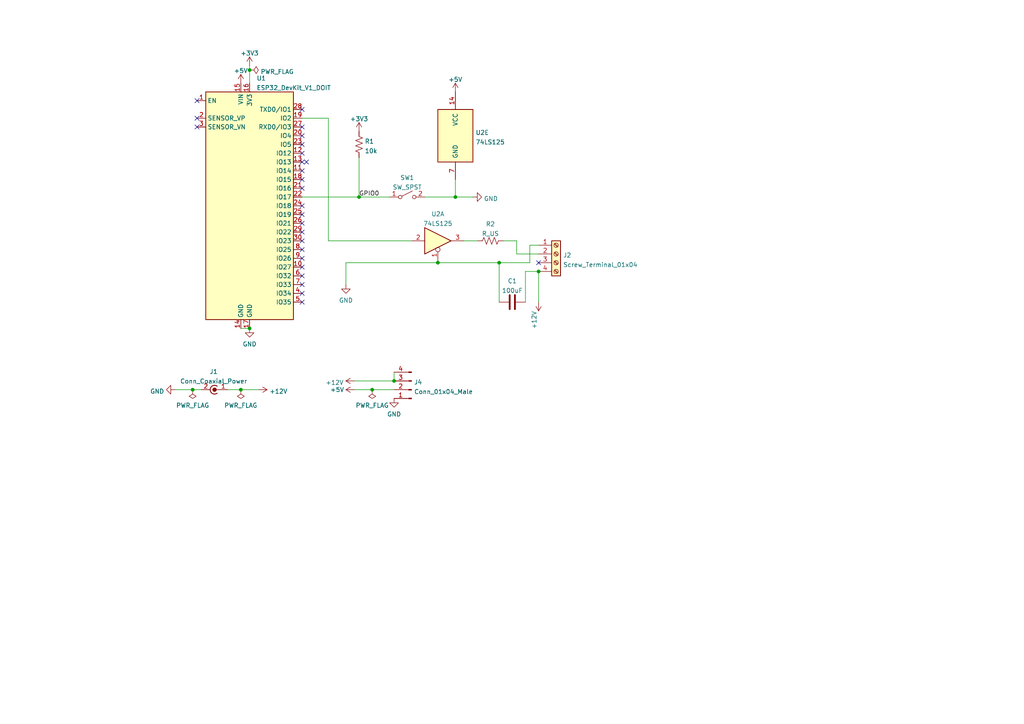
<source format=kicad_sch>
(kicad_sch (version 20211123) (generator eeschema)
  (paper "A4")
  (lib_symbols
    (symbol "74xx:74LS125" (pin_names (offset 1.016))
      (property "Reference" "U" (at 0 1.27 0))
      (property "Value" "74LS125" (at 0 -1.27 0))
      (symbol "74LS125_1_0"
        (polyline (pts (xy -3.81 3.81) (xy -3.81 -3.81) (xy 3.81 0) (xy -3.81 3.81)) (stroke (width 0.254)) (fill (type background)))
        (pin input inverted (at 0 -6.35 90) (length 4.445) (name "~") (number "1"))
        (pin input line (at -7.62 0 0) (length 3.81) (name "~") (number "2"))
        (pin tri_state line (at 7.62 0 180) (length 3.81) (name "~") (number "3"))
      )
      (symbol "74LS125_2_0"
        (polyline (pts (xy -3.81 3.81) (xy -3.81 -3.81) (xy 3.81 0) (xy -3.81 3.81)) (stroke (width 0.254)) (fill (type background)))
        (pin input inverted (at 0 -6.35 90) (length 4.445) (name "~") (number "4"))
        (pin input line (at -7.62 0 0) (length 3.81) (name "~") (number "5"))
        (pin tri_state line (at 7.62 0 180) (length 3.81) (name "~") (number "6"))
      )
      (symbol "74LS125_3_0"
        (polyline (pts (xy -3.81 3.81) (xy -3.81 -3.81) (xy 3.81 0) (xy -3.81 3.81)) (stroke (width 0.254)) (fill (type background)))
        (pin input inverted (at 0 -6.35 90) (length 4.445) (name "~") (number "10"))
        (pin tri_state line (at 7.62 0 180) (length 3.81) (name "~") (number "8"))
        (pin input line (at -7.62 0 0) (length 3.81) (name "~") (number "9"))
      )
      (symbol "74LS125_4_0"
        (polyline (pts (xy -3.81 3.81) (xy -3.81 -3.81) (xy 3.81 0) (xy -3.81 3.81)) (stroke (width 0.254)) (fill (type background)))
        (pin tri_state line (at 7.62 0 180) (length 3.81) (name "~") (number "11"))
        (pin input line (at -7.62 0 0) (length 3.81) (name "~") (number "12"))
        (pin input inverted (at 0 -6.35 90) (length 4.445) (name "~") (number "13"))
      )
      (symbol "74LS125_5_0"
        (pin power_in line (at 0 12.7 270) (length 5.08) (name "VCC") (number "14"))
        (pin power_in line (at 0 -12.7 90) (length 5.08) (name "GND") (number "7"))
      )
      (symbol "74LS125_5_1"
        (rectangle (start -5.08 7.62) (end 5.08 -7.62) (stroke (width 0.254)) (fill (type background)))
      )
    )
    (symbol "Connector:Conn_01x04_Male" (pin_names (offset 1.016) hide)
      (property "Reference" "J" (at 0 5.08 0))
      (property "Value" "Conn_01x04_Male" (at 0 -7.62 0))
      (symbol "Conn_01x04_Male_1_1"
        (polyline (pts (xy 1.27 -5.08) (xy 0.8636 -5.08)) (stroke (width 0.1524)))
        (polyline (pts (xy 1.27 -2.54) (xy 0.8636 -2.54)) (stroke (width 0.1524)))
        (polyline (pts (xy 1.27 0) (xy 0.8636 0)) (stroke (width 0.1524)))
        (polyline (pts (xy 1.27 2.54) (xy 0.8636 2.54)) (stroke (width 0.1524)))
        (rectangle (start 0.8636 -4.953) (end 0 -5.207) (stroke (width 0.1524)) (fill (type outline)))
        (rectangle (start 0.8636 -2.413) (end 0 -2.667) (stroke (width 0.1524)) (fill (type outline)))
        (rectangle (start 0.8636 0.127) (end 0 -0.127) (stroke (width 0.1524)) (fill (type outline)))
        (rectangle (start 0.8636 2.667) (end 0 2.413) (stroke (width 0.1524)) (fill (type outline)))
        (pin passive line (at 5.08 2.54 180) (length 3.81) (name "Pin_1") (number "1"))
        (pin passive line (at 5.08 0 180) (length 3.81) (name "Pin_2") (number "2"))
        (pin passive line (at 5.08 -2.54 180) (length 3.81) (name "Pin_3") (number "3"))
        (pin passive line (at 5.08 -5.08 180) (length 3.81) (name "Pin_4") (number "4"))
      )
    )
    (symbol "Connector:Conn_Coaxial_Power" (pin_names (offset 1.016) hide)
      (property "Reference" "J" (at -5.08 -1.27 90))
      (property "Value" "Conn_Coaxial_Power" (at -3.175 -1.27 90))
      (symbol "Conn_Coaxial_Power_0_1"
        (arc (start -1.27 -1.27) (mid 0 -2.54) (end 1.27 -1.27) (stroke (width 0.254)))
        (arc (start -1.016 -0.508) (mid -1.2048 -0.8684) (end -1.27 -1.27) (stroke (width 0.254)))
        (circle (center 0 -1.27) (radius 0.508) (stroke (width 0.2032)) (fill (type outline)))
        (polyline (pts (xy 0 -2.54) (xy 0 -3.048)))
        (polyline (pts (xy 0 0) (xy 0 -1.27)))
        (arc (start 1.27 -1.27) (mid 1.2048 -0.8684) (end 1.016 -0.508) (stroke (width 0.254)))
      )
      (symbol "Conn_Coaxial_Power_1_1"
        (pin passive line (at 0 2.54 270) (length 2.54) (name "In") (number "1"))
        (pin passive line (at 0 -5.08 90) (length 2.54) (name "Ext") (number "2"))
      )
    )
    (symbol "Connector:Screw_Terminal_01x04" (pin_names (offset 1.016) hide)
      (property "Reference" "J" (at 0 5.08 0))
      (property "Value" "Screw_Terminal_01x04" (at 0 -7.62 0))
      (symbol "Screw_Terminal_01x04_1_1"
        (rectangle (start -1.27 3.81) (end 1.27 -6.35) (stroke (width 0.254)) (fill (type background)))
        (circle (center 0 -5.08) (radius 0.635) (stroke (width 0.1524)))
        (circle (center 0 -2.54) (radius 0.635) (stroke (width 0.1524)))
        (polyline (pts (xy -0.5334 -4.7498) (xy 0.3302 -5.588)) (stroke (width 0.1524)))
        (polyline (pts (xy -0.5334 -2.2098) (xy 0.3302 -3.048)) (stroke (width 0.1524)))
        (polyline (pts (xy -0.5334 0.3302) (xy 0.3302 -0.508)) (stroke (width 0.1524)))
        (polyline (pts (xy -0.5334 2.8702) (xy 0.3302 2.032)) (stroke (width 0.1524)))
        (polyline (pts (xy -0.3556 -4.572) (xy 0.508 -5.4102)) (stroke (width 0.1524)))
        (polyline (pts (xy -0.3556 -2.032) (xy 0.508 -2.8702)) (stroke (width 0.1524)))
        (polyline (pts (xy -0.3556 0.508) (xy 0.508 -0.3302)) (stroke (width 0.1524)))
        (polyline (pts (xy -0.3556 3.048) (xy 0.508 2.2098)) (stroke (width 0.1524)))
        (circle (center 0 0) (radius 0.635) (stroke (width 0.1524)))
        (circle (center 0 2.54) (radius 0.635) (stroke (width 0.1524)))
        (pin passive line (at -5.08 2.54 0) (length 3.81) (name "Pin_1") (number "1"))
        (pin passive line (at -5.08 0 0) (length 3.81) (name "Pin_2") (number "2"))
        (pin passive line (at -5.08 -2.54 0) (length 3.81) (name "Pin_3") (number "3"))
        (pin passive line (at -5.08 -5.08 0) (length 3.81) (name "Pin_4") (number "4"))
      )
    )
    (symbol "Device:C" (pin_numbers hide) (pin_names (offset 0.254))
      (property "Reference" "C" (at 0.635 2.54 0))
      (property "Value" "C" (at 0.635 -2.54 0))
      (symbol "C_0_1"
        (polyline (pts (xy -2.032 -0.762) (xy 2.032 -0.762)) (stroke (width 0.508)))
        (polyline (pts (xy -2.032 0.762) (xy 2.032 0.762)) (stroke (width 0.508)))
      )
      (symbol "C_1_1"
        (pin passive line (at 0 3.81 270) (length 2.794) (name "~") (number "1"))
        (pin passive line (at 0 -3.81 90) (length 2.794) (name "~") (number "2"))
      )
    )
    (symbol "Device:R_US" (pin_numbers hide) (pin_names (offset 0))
      (property "Reference" "R" (at 2.54 0 90))
      (property "Value" "R_US" (at -2.54 0 90))
      (symbol "R_US_0_1"
        (polyline (pts (xy 0 -2.286) (xy 0 -2.54)))
        (polyline (pts (xy 0 2.286) (xy 0 2.54)))
        (polyline (pts (xy 0 -0.762) (xy 1.016 -1.143) (xy 0 -1.524) (xy -1.016 -1.905) (xy 0 -2.286)))
        (polyline (pts (xy 0 0.762) (xy 1.016 0.381) (xy 0 0) (xy -1.016 -0.381) (xy 0 -0.762)))
        (polyline (pts (xy 0 2.286) (xy 1.016 1.905) (xy 0 1.524) (xy -1.016 1.143) (xy 0 0.762)))
      )
      (symbol "R_US_1_1"
        (pin passive line (at 0 3.81 270) (length 1.27) (name "~") (number "1"))
        (pin passive line (at 0 -3.81 90) (length 1.27) (name "~") (number "2"))
      )
    )
    (symbol "ESP32_DevKit_V1_DOIT:ESP32_DevKit_V1_DOIT"
      (property "Reference" "U" (at -11.43 34.29 0))
      (property "Value" "ESP32_DevKit_V1_DOIT" (at 11.43 34.29 0))
      (symbol "ESP32_DevKit_V1_DOIT_1_1"
        (rectangle (start -12.7 33.02) (end 12.7 -33.02) (stroke (width 0.254)) (fill (type background)))
        (pin input line (at -15.24 30.48 0) (length 2.54) (name "EN") (number "1"))
        (pin bidirectional line (at 15.24 -17.78 180) (length 2.54) (name "IO27") (number "10"))
        (pin bidirectional line (at 15.24 10.16 180) (length 2.54) (name "IO14") (number "11"))
        (pin bidirectional line (at 15.24 15.24 180) (length 2.54) (name "IO12") (number "12"))
        (pin bidirectional line (at 15.24 12.7 180) (length 2.54) (name "IO13") (number "13"))
        (pin power_in line (at -2.54 -35.56 90) (length 2.54) (name "GND") (number "14"))
        (pin power_in line (at -2.54 35.56 270) (length 2.54) (name "VIN") (number "15"))
        (pin power_in line (at 0 35.56 270) (length 2.54) (name "3V3") (number "16"))
        (pin power_in line (at 0 -35.56 90) (length 2.54) (name "GND") (number "17"))
        (pin bidirectional line (at 15.24 7.62 180) (length 2.54) (name "IO15") (number "18"))
        (pin bidirectional line (at 15.24 25.4 180) (length 2.54) (name "IO2") (number "19"))
        (pin input line (at -15.24 25.4 0) (length 2.54) (name "SENSOR_VP") (number "2"))
        (pin bidirectional line (at 15.24 20.32 180) (length 2.54) (name "IO4") (number "20"))
        (pin bidirectional line (at 15.24 5.08 180) (length 2.54) (name "IO16") (number "21"))
        (pin bidirectional line (at 15.24 2.54 180) (length 2.54) (name "IO17") (number "22"))
        (pin bidirectional line (at 15.24 17.78 180) (length 2.54) (name "IO5") (number "23"))
        (pin bidirectional line (at 15.24 0 180) (length 2.54) (name "IO18") (number "24"))
        (pin bidirectional line (at 15.24 -2.54 180) (length 2.54) (name "IO19") (number "25"))
        (pin bidirectional line (at 15.24 -5.08 180) (length 2.54) (name "IO21") (number "26"))
        (pin bidirectional line (at 15.24 22.86 180) (length 2.54) (name "RXD0/IO3") (number "27"))
        (pin bidirectional line (at 15.24 27.94 180) (length 2.54) (name "TXD0/IO1") (number "28"))
        (pin bidirectional line (at 15.24 -7.62 180) (length 2.54) (name "IO22") (number "29"))
        (pin input line (at -15.24 22.86 0) (length 2.54) (name "SENSOR_VN") (number "3"))
        (pin bidirectional line (at 15.24 -10.16 180) (length 2.54) (name "IO23") (number "30"))
        (pin bidirectional line (at 15.24 -25.4 180) (length 2.54) (name "IO34") (number "4"))
        (pin bidirectional line (at 15.24 -27.94 180) (length 2.54) (name "IO35") (number "5"))
        (pin bidirectional line (at 15.24 -20.32 180) (length 2.54) (name "IO32") (number "6"))
        (pin bidirectional line (at 15.24 -22.86 180) (length 2.54) (name "IO33") (number "7"))
        (pin bidirectional line (at 15.24 -12.7 180) (length 2.54) (name "IO25") (number "8"))
        (pin bidirectional line (at 15.24 -15.24 180) (length 2.54) (name "IO26") (number "9"))
      )
    )
    (symbol "Switch:SW_SPST" (pin_names (offset 0) hide)
      (property "Reference" "SW" (at 0 3.175 0))
      (property "Value" "SW_SPST" (at 0 -2.54 0))
      (symbol "SW_SPST_0_0"
        (circle (center -2.032 0) (radius 0.508))
        (polyline (pts (xy -1.524 0.254) (xy 1.524 1.778)))
        (circle (center 2.032 0) (radius 0.508))
      )
      (symbol "SW_SPST_1_1"
        (pin passive line (at -5.08 0 0) (length 2.54) (name "A") (number "1"))
        (pin passive line (at 5.08 0 180) (length 2.54) (name "B") (number "2"))
      )
    )
    (symbol "power:+12V" (power) (pin_names (offset 0))
      (property "Value" "+12V" (at 0 3.556 0))
      (symbol "+12V_0_1"
        (polyline (pts (xy -0.762 1.27) (xy 0 2.54)))
        (polyline (pts (xy 0 0) (xy 0 2.54)))
        (polyline (pts (xy 0 2.54) (xy 0.762 1.27)))
      )
      (symbol "+12V_1_1"
        (pin power_in line (at 0 0 90) (length 0) hide (name "+12V") (number "1"))
      )
    )
    (symbol "power:+3V3" (power) (pin_names (offset 0))
      (property "Value" "+3V3" (at 0 3.556 0))
      (symbol "+3V3_0_1"
        (polyline (pts (xy -0.762 1.27) (xy 0 2.54)))
        (polyline (pts (xy 0 0) (xy 0 2.54)))
        (polyline (pts (xy 0 2.54) (xy 0.762 1.27)))
      )
      (symbol "+3V3_1_1"
        (pin power_in line (at 0 0 90) (length 0) hide (name "+3V3") (number "1"))
      )
    )
    (symbol "power:+5V" (power) (pin_names (offset 0))
      (property "Value" "+5V" (at 0 3.556 0))
      (symbol "+5V_0_1"
        (polyline (pts (xy -0.762 1.27) (xy 0 2.54)))
        (polyline (pts (xy 0 0) (xy 0 2.54)))
        (polyline (pts (xy 0 2.54) (xy 0.762 1.27)))
      )
      (symbol "+5V_1_1"
        (pin power_in line (at 0 0 90) (length 0) hide (name "+5V") (number "1"))
      )
    )
    (symbol "power:GND" (power) (pin_names (offset 0))
      (property "Value" "GND" (at 0 -3.81 0))
      (symbol "GND_0_1"
        (polyline (pts (xy 0 0) (xy 0 -1.27) (xy 1.27 -1.27) (xy 0 -2.54) (xy -1.27 -1.27) (xy 0 -1.27)))
      )
      (symbol "GND_1_1"
        (pin power_in line (at 0 0 270) (length 0) hide (name "GND") (number "1"))
      )
    )
    (symbol "power:PWR_FLAG" (power) (pin_numbers hide) (pin_names (offset 0) hide)
      (property "Value" "PWR_FLAG" (at 0 3.81 0))
      (symbol "PWR_FLAG_0_0"
        (pin power_out line (at 0 0 90) (length 0) (name "pwr") (number "1"))
      )
      (symbol "PWR_FLAG_0_1"
        (polyline (pts (xy 0 0) (xy 0 1.27) (xy -1.016 1.905) (xy 0 2.54) (xy 1.016 1.905) (xy 0 1.27)))
      )
    )
  )
  (junction (at 127 76.2))
  (junction (at 55.88 113.03))
  (junction (at 144.78 76.2))
  (junction (at 72.39 20.32))
  (junction (at 69.85 113.03))
  (junction (at 72.39 95.25))
  (junction (at 132.08 57.15))
  (junction (at 104.14 57.15))
  (junction (at 107.95 113.03))
  (junction (at 156.21 78.74))
  (junction (at 114.3 110.49))
  (no_connect (at 87.63 82.55))
  (no_connect (at 87.63 46.99))
  (no_connect (at 88.9 46.99))
  (no_connect (at 87.63 54.61))
  (no_connect (at 87.63 49.53))
  (no_connect (at 57.15 29.21))
  (no_connect (at 57.15 36.83))
  (no_connect (at 57.15 34.29))
  (no_connect (at 87.63 31.75))
  (no_connect (at 87.63 44.45))
  (no_connect (at 87.63 80.01))
  (no_connect (at 87.63 36.83))
  (no_connect (at 87.63 85.09))
  (no_connect (at 87.63 52.07))
  (no_connect (at 156.21 76.2))
  (no_connect (at 87.63 74.93))
  (no_connect (at 87.63 72.39))
  (no_connect (at 87.63 69.85))
  (no_connect (at 87.63 67.31))
  (no_connect (at 87.63 39.37))
  (no_connect (at 87.63 77.47))
  (no_connect (at 87.63 64.77))
  (no_connect (at 87.63 62.23))
  (no_connect (at 87.63 59.69))
  (no_connect (at 87.63 41.91))
  (no_connect (at 87.63 87.63))
  (wire (pts (xy 114.3 107.95) (xy 114.3 110.49)))
  (wire (pts (xy 123.19 57.15) (xy 132.08 57.15)))
  (wire (pts (xy 149.86 73.66) (xy 156.21 73.66)))
  (wire (pts (xy 104.14 45.72) (xy 104.14 57.15)))
  (wire (pts (xy 72.39 24.13) (xy 72.39 20.32)))
  (wire (pts (xy 153.67 71.12) (xy 156.21 71.12)))
  (wire (pts (xy 153.67 71.12) (xy 153.67 76.2)))
  (wire (pts (xy 87.63 57.15) (xy 104.14 57.15)))
  (wire (pts (xy 146.05 69.85) (xy 149.86 69.85)))
  (wire (pts (xy 107.95 113.03) (xy 114.3 113.03)))
  (wire (pts (xy 95.25 34.29) (xy 95.25 69.85)))
  (wire (pts (xy 104.14 57.15) (xy 113.03 57.15)))
  (wire (pts (xy 50.8 113.03) (xy 55.88 113.03)))
  (wire (pts (xy 95.25 69.85) (xy 119.38 69.85)))
  (wire (pts (xy 144.78 76.2) (xy 153.67 76.2)))
  (wire (pts (xy 152.4 78.74) (xy 152.4 87.63)))
  (wire (pts (xy 72.39 20.32) (xy 72.39 19.05)))
  (wire (pts (xy 95.25 34.29) (xy 87.63 34.29)))
  (wire (pts (xy 156.21 87.63) (xy 156.21 78.74)))
  (wire (pts (xy 149.86 69.85) (xy 149.86 73.66)))
  (wire (pts (xy 102.87 113.03) (xy 107.95 113.03)))
  (wire (pts (xy 102.87 110.49) (xy 114.3 110.49)))
  (wire (pts (xy 144.78 76.2) (xy 144.78 87.63)))
  (wire (pts (xy 55.88 113.03) (xy 58.42 113.03)))
  (wire (pts (xy 127 76.2) (xy 144.78 76.2)))
  (wire (pts (xy 132.08 57.15) (xy 137.16 57.15)))
  (wire (pts (xy 100.33 76.2) (xy 127 76.2)))
  (wire (pts (xy 132.08 52.07) (xy 132.08 57.15)))
  (wire (pts (xy 69.85 113.03) (xy 66.04 113.03)))
  (wire (pts (xy 74.93 113.03) (xy 69.85 113.03)))
  (wire (pts (xy 134.62 69.85) (xy 138.43 69.85)))
  (wire (pts (xy 156.21 78.74) (xy 152.4 78.74)))
  (wire (pts (xy 69.85 95.25) (xy 72.39 95.25)))
  (wire (pts (xy 100.33 76.2) (xy 100.33 82.55)))
  (label "GPIO0" (at 104.14 57.15 0))
  (symbol (lib_id "Connector:Conn_Coaxial_Power") (at 63.5 113.03 270) (unit 1)
    (property "Reference" "J1" (at 61.976 107.7935 90))
    (property "Value" "Conn_Coaxial_Power" (at 61.976 110.5686 90))
    (property "Footprint" "Connector_BarrelJack:BarrelJack_Horizontal" (effects hide))
  )
  (symbol (lib_id "power:+12V") (at 74.93 113.03 270) (unit 1)
    (property "Reference" "#PWR0108" (effects hide))
    (property "Value" "+12V" (at 78.105 113.509 90) (effects (justify left)))
  )
  (symbol (lib_id "power:PWR_FLAG") (at 55.88 113.03 180) (unit 1)
    (property "Reference" "#FLG0103" (effects hide))
    (property "Value" "PWR_FLAG" (at 55.88 117.5925 0))
  )
  (symbol (lib_id "Device:R_US") (at 142.24 69.85 90) (unit 1)
    (property "Reference" "R2" (at 142.24 64.9945 90))
    (property "Value" "R_US" (at 142.24 67.7696 90))
    (property "Footprint" "Resistor_THT:R_Axial_DIN0207_L6.3mm_D2.5mm_P7.62mm_Horizontal" (effects hide))
  )
  (symbol (lib_id "Connector:Conn_01x04_Male") (at 119.38 113.03 180) (unit 1)
    (property "Reference" "J4" (at 120.0912 110.8515 0) (effects (justify right)))
    (property "Value" "Conn_01x04_Male" (at 120.0912 113.6266 0) (effects (justify right)))
    (property "Footprint" "Connector_PinHeader_2.54mm:PinHeader_1x04_P2.54mm_Vertical" (effects hide))
  )
  (symbol (lib_id "power:PWR_FLAG") (at 72.39 20.32 270) (unit 1)
    (property "Reference" "#FLG0104" (effects hide))
    (property "Value" "PWR_FLAG" (at 75.565 20.799 90) (effects (justify left)))
  )
  (symbol (lib_id "power:GND") (at 72.39 95.25 0) (mirror y) (unit 1)
    (property "Reference" "#PWR0102" (effects hide))
    (property "Value" "GND" (at 72.39 99.8125 0))
  )
  (symbol (lib_id "power:GND") (at 114.3 115.57 0) (unit 1)
    (property "Reference" "#PWR0104" (effects hide))
    (property "Value" "GND" (at 114.3 120.1325 0))
  )
  (symbol (lib_id "ESP32_DevKit_V1_DOIT:ESP32_DevKit_V1_DOIT") (at 72.39 59.69 0) (unit 1)
    (property "Reference" "U1" (at 74.4094 22.7035 0) (effects (justify left)))
    (property "Value" "ESP32_DevKit_V1_DOIT" (at 74.4094 25.4786 0) (effects (justify left)))
    (property "Footprint" "ESP32_DevKit_V1_DOIT:esp32_devkit_v1_doit" (effects hide))
  )
  (symbol (lib_id "power:PWR_FLAG") (at 69.85 113.03 180) (unit 1)
    (property "Reference" "#FLG0102" (effects hide))
    (property "Value" "PWR_FLAG" (at 69.85 117.5925 0))
  )
  (symbol (lib_id "power:GND") (at 137.16 57.15 90) (unit 1)
    (property "Reference" "#PWR02" (effects hide))
    (property "Value" "GND" (at 140.335 57.629 90) (effects (justify right)))
  )
  (symbol (lib_id "power:+5V") (at 69.85 24.13 0) (mirror y) (unit 1)
    (property "Reference" "#PWR0107" (effects hide))
    (property "Value" "+5V" (at 69.85 20.5255 0))
  )
  (symbol (lib_id "power:+12V") (at 156.21 87.63 180) (unit 1)
    (property "Reference" "#PWR03" (effects hide))
    (property "Value" "+12V" (at 154.94 90.17 90) (effects (justify left)))
  )
  (symbol (lib_id "power:+12V") (at 102.87 110.49 90) (unit 1)
    (property "Reference" "#PWR0105" (effects hide))
    (property "Value" "+12V" (at 99.695 110.969 90) (effects (justify left)))
  )
  (symbol (lib_id "Device:R_US") (at 104.14 41.91 0) (unit 1)
    (property "Reference" "R1" (at 105.791 41.0015 0) (effects (justify left)))
    (property "Value" "10k" (at 105.791 43.7766 0) (effects (justify left)))
    (property "Footprint" "Resistor_THT:R_Axial_DIN0207_L6.3mm_D2.5mm_P7.62mm_Horizontal" (effects hide))
  )
  (symbol (lib_id "power:+3V3") (at 104.14 38.1 0) (unit 1)
    (property "Reference" "#PWR0103" (effects hide))
    (property "Value" "+3V3" (at 104.14 34.4955 0))
  )
  (symbol (lib_id "Connector:Screw_Terminal_01x04") (at 161.29 73.66 0) (unit 1)
    (property "Reference" "J2" (at 163.322 74.0215 0) (effects (justify left)))
    (property "Value" "Screw_Terminal_01x04" (at 163.322 76.7966 0) (effects (justify left)))
    (property "Footprint" "TerminalBlock:TerminalBlock_bornier-4_P5.08mm" (effects hide))
  )
  (symbol (lib_id "power:PWR_FLAG") (at 107.95 113.03 180) (unit 1)
    (property "Reference" "#FLG0101" (effects hide))
    (property "Value" "PWR_FLAG" (at 107.95 117.5925 0))
  )
  (symbol (lib_id "power:GND") (at 100.33 82.55 0) (unit 1)
    (property "Reference" "#PWR01" (effects hide))
    (property "Value" "GND" (at 100.33 87.1125 0))
  )
  (symbol (lib_id "Switch:SW_SPST") (at 118.11 57.15 0) (unit 1)
    (property "Reference" "SW1" (at 118.11 51.5325 0))
    (property "Value" "SW_SPST" (at 118.11 54.3076 0))
    (property "Footprint" "Button_Switch_THT:SW_PUSH_6mm" (effects hide))
  )
  (symbol (lib_id "74xx:74LS125") (at 127 69.85 0) (unit 1)
    (property "Reference" "U2" (at 127 62.0735 0))
    (property "Value" "74LS125" (at 127 64.8486 0))
    (property "Footprint" "Package_DIP:DIP-14_W7.62mm" (effects hide))
    (property "Datasheet" "http://www.ti.com/lit/gpn/sn74LS125" (effects hide))
  )
  (symbol (lib_id "power:+3V3") (at 72.39 19.05 0) (unit 1)
    (property "Reference" "#PWR0101" (effects hide))
    (property "Value" "+3V3" (at 72.39 15.4455 0))
  )
  (symbol (lib_id "Device:C") (at 148.59 87.63 90) (unit 1)
    (property "Reference" "C1" (at 148.59 81.5045 90))
    (property "Value" "100uF" (at 148.59 84.2796 90))
    (property "Footprint" "Capacitor_THT:CP_Radial_D5.0mm_P2.50mm" (effects hide))
  )
  (symbol (lib_id "74xx:74LS125") (at 132.08 39.37 0) (unit 5)
    (property "Reference" "U2" (at 137.922 38.4615 0) (effects (justify left)))
    (property "Value" "74LS125" (at 137.922 41.2366 0) (effects (justify left)))
    (property "Footprint" "Package_DIP:DIP-14_W7.62mm" (effects hide))
    (property "Datasheet" "http://www.ti.com/lit/gpn/sn74LS125" (effects hide))
  )
  (symbol (lib_id "power:GND") (at 50.8 113.03 270) (unit 1)
    (property "Reference" "#PWR0109" (effects hide))
    (property "Value" "GND" (at 47.6251 113.509 90) (effects (justify right)))
  )
  (symbol (lib_id "power:+5V") (at 102.87 113.03 90) (unit 1)
    (property "Reference" "#PWR0106" (effects hide))
    (property "Value" "+5V" (at 97.79 113.03 90))
  )
  (symbol (lib_id "power:+5V") (at 132.08 26.67 0) (unit 1)
    (property "Reference" "#PWR04" (effects hide))
    (property "Value" "+5V" (at 132.08 23.0655 0))
  )
)
</source>
